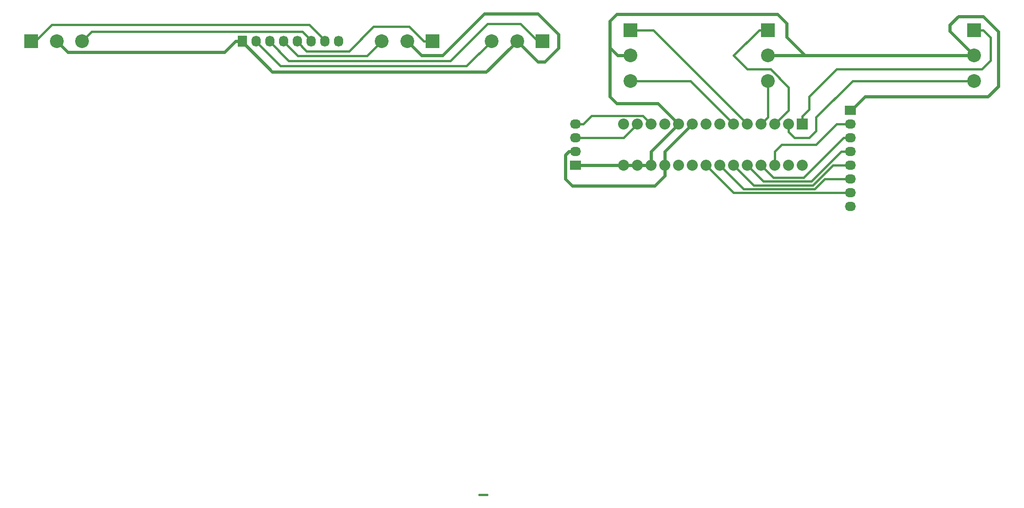
<source format=gbr>
G04 #@! TF.FileFunction,Copper,L2,Bot,Signal*
%FSLAX46Y46*%
G04 Gerber Fmt 4.6, Leading zero omitted, Abs format (unit mm)*
G04 Created by KiCad (PCBNEW 4.0.2-stable) date Wednesday, 10 August 2016 'pmt' 16:25:39*
%MOMM*%
G01*
G04 APERTURE LIST*
%ADD10C,0.100000*%
%ADD11R,2.032000X1.727200*%
%ADD12O,2.032000X1.727200*%
%ADD13R,1.727200X2.032000*%
%ADD14O,1.727200X2.032000*%
%ADD15R,2.540000X2.540000*%
%ADD16C,2.540000*%
%ADD17R,2.032000X2.032000*%
%ADD18C,2.032000*%
%ADD19C,0.400000*%
%ADD20C,0.600000*%
G04 APERTURE END LIST*
D10*
D11*
X142240000Y-58420000D03*
D12*
X142240000Y-55880000D03*
X142240000Y-53340000D03*
X142240000Y-50800000D03*
D11*
X193040000Y-48260000D03*
D12*
X193040000Y-50800000D03*
X193040000Y-53340000D03*
X193040000Y-55880000D03*
X193040000Y-58420000D03*
X193040000Y-60960000D03*
X193040000Y-63500000D03*
X193040000Y-66040000D03*
D13*
X80645000Y-35433000D03*
D14*
X83185000Y-35433000D03*
X85725000Y-35433000D03*
X88265000Y-35433000D03*
X90805000Y-35433000D03*
X93345000Y-35433000D03*
X95885000Y-35433000D03*
X98425000Y-35433000D03*
D15*
X152400000Y-33401000D03*
D16*
X152400000Y-38100000D03*
X152400000Y-42799000D03*
D15*
X177800000Y-33401000D03*
D16*
X177800000Y-38100000D03*
X177800000Y-42799000D03*
D15*
X215900000Y-33401000D03*
D16*
X215900000Y-38100000D03*
X215900000Y-42799000D03*
D15*
X136144000Y-35433000D03*
D16*
X131445000Y-35433000D03*
X126746000Y-35433000D03*
D15*
X115824000Y-35433000D03*
D16*
X111125000Y-35433000D03*
X106426000Y-35433000D03*
D15*
X41656000Y-35433000D03*
D16*
X46355000Y-35433000D03*
X51054000Y-35433000D03*
D17*
X184150000Y-50800000D03*
D18*
X181610000Y-50800000D03*
X179070000Y-50800000D03*
X176530000Y-50800000D03*
X173990000Y-50800000D03*
X171450000Y-50800000D03*
X168910000Y-50800000D03*
X166370000Y-50800000D03*
X163830000Y-50800000D03*
X161290000Y-50800000D03*
X158750000Y-50800000D03*
X156210000Y-50800000D03*
X153670000Y-50800000D03*
X151130000Y-50800000D03*
X151130000Y-58420000D03*
X153670000Y-58420000D03*
X156210000Y-58420000D03*
X158750000Y-58420000D03*
X161290000Y-58420000D03*
X163830000Y-58420000D03*
X166370000Y-58420000D03*
X168910000Y-58420000D03*
X171450000Y-58420000D03*
X173990000Y-58420000D03*
X176530000Y-58420000D03*
X179070000Y-58420000D03*
X181610000Y-58420000D03*
X184150000Y-58420000D03*
D19*
X125896840Y-119380000D02*
X124460000Y-119380000D01*
D20*
X161290000Y-50800000D02*
X157480000Y-46990000D01*
X157480000Y-46990000D02*
X149860000Y-46990000D01*
X149860000Y-46990000D02*
X148590000Y-45720000D01*
X148590000Y-45720000D02*
X148590000Y-36830000D01*
X148590000Y-36830000D02*
X148717000Y-36830000D01*
X148717000Y-36830000D02*
X149987000Y-38100000D01*
X149987000Y-38100000D02*
X152400000Y-38100000D01*
X148590000Y-36957000D02*
X148590000Y-31750000D01*
X148590000Y-31750000D02*
X149860000Y-30480000D01*
X149860000Y-30480000D02*
X179578000Y-30480000D01*
X179578000Y-30480000D02*
X181229000Y-32131000D01*
X181229000Y-32131000D02*
X181229000Y-34671000D01*
X181229000Y-34671000D02*
X184658000Y-38100000D01*
X184658000Y-38100000D02*
X185420000Y-38100000D01*
X193040000Y-48260000D02*
X193192400Y-48260000D01*
X193192400Y-48260000D02*
X195732400Y-45720000D01*
X195732400Y-45720000D02*
X218440000Y-45720000D01*
X218440000Y-45720000D02*
X220357700Y-43802300D01*
X220357700Y-43802300D02*
X220357700Y-33667700D01*
X220357700Y-33667700D02*
X217538300Y-30848300D01*
X217538300Y-30848300D02*
X212991700Y-30848300D01*
X212991700Y-30848300D02*
X211391500Y-32448500D01*
X211391500Y-32448500D02*
X211391500Y-33591500D01*
X211391500Y-33591500D02*
X215900000Y-38100000D01*
X215900000Y-38100000D02*
X185420000Y-38100000D01*
X185420000Y-38100000D02*
X177800000Y-38100000D01*
X156210000Y-55880000D02*
X156210000Y-56983160D01*
X161290000Y-50800000D02*
X156210000Y-55880000D01*
X156210000Y-56983160D02*
X156210000Y-58420000D01*
X151130000Y-58420000D02*
X142240000Y-58420000D01*
X151130000Y-58420000D02*
X153670000Y-58420000D01*
X153670000Y-58420000D02*
X156210000Y-58420000D01*
X142240000Y-55880000D02*
X140970000Y-55880000D01*
X140970000Y-55880000D02*
X140335000Y-56515000D01*
X140335000Y-56515000D02*
X140335000Y-60960000D01*
X140335000Y-60960000D02*
X141605000Y-62230000D01*
X141605000Y-62230000D02*
X156845000Y-62230000D01*
X156845000Y-62230000D02*
X158750000Y-60325000D01*
X158750000Y-60325000D02*
X158750000Y-58420000D01*
X158750000Y-58420000D02*
X158750000Y-55880000D01*
X158750000Y-55880000D02*
X163830000Y-50800000D01*
D19*
X153670000Y-50800000D02*
X151130000Y-53340000D01*
X151130000Y-53340000D02*
X142240000Y-53340000D01*
X142240000Y-50800000D02*
X143656000Y-50800000D01*
X143656000Y-50800000D02*
X145172001Y-49283999D01*
X145172001Y-49283999D02*
X154693999Y-49283999D01*
X154693999Y-49283999D02*
X155194001Y-49784001D01*
X155194001Y-49784001D02*
X156210000Y-50800000D01*
X179070000Y-58420000D02*
X179070000Y-55880000D01*
X190500000Y-50800000D02*
X193040000Y-50800000D01*
X179070000Y-55880000D02*
X180340000Y-54610000D01*
X180340000Y-54610000D02*
X186690000Y-54610000D01*
X186690000Y-54610000D02*
X190500000Y-50800000D01*
X193040000Y-53340000D02*
X191770000Y-53340000D01*
X191770000Y-53340000D02*
X184410044Y-60699956D01*
X184410044Y-60699956D02*
X178809956Y-60699956D01*
X178809956Y-60699956D02*
X177545999Y-59435999D01*
X177545999Y-59435999D02*
X176530000Y-58420000D01*
X175005999Y-59435999D02*
X173990000Y-58420000D01*
X176969967Y-61399967D02*
X175005999Y-59435999D01*
X185817597Y-61399967D02*
X176969967Y-61399967D01*
X191337564Y-55880000D02*
X185817597Y-61399967D01*
X193040000Y-55880000D02*
X191337564Y-55880000D01*
X175129978Y-62099978D02*
X172465999Y-59435999D01*
X189787529Y-58420000D02*
X186107551Y-62099978D01*
X172465999Y-59435999D02*
X171450000Y-58420000D01*
X186107551Y-62099978D02*
X175129978Y-62099978D01*
X193040000Y-58420000D02*
X189787529Y-58420000D01*
X173289989Y-62799989D02*
X169925999Y-59435999D01*
X188237494Y-60960000D02*
X186397505Y-62799989D01*
X193040000Y-60960000D02*
X188237494Y-60960000D01*
X186397505Y-62799989D02*
X173289989Y-62799989D01*
X169925999Y-59435999D02*
X168910000Y-58420000D01*
X171450000Y-63500000D02*
X167385999Y-59435999D01*
X193040000Y-63500000D02*
X171450000Y-63500000D01*
X167385999Y-59435999D02*
X166370000Y-58420000D01*
X51054000Y-35433000D02*
X52832000Y-33655000D01*
X52832000Y-33655000D02*
X91719400Y-33655000D01*
X91719400Y-33655000D02*
X93345000Y-35280600D01*
X93345000Y-35280600D02*
X93345000Y-35433000D01*
X41656000Y-35433000D02*
X42418000Y-35433000D01*
X92989400Y-32385000D02*
X95885000Y-35280600D01*
X42418000Y-35433000D02*
X45466000Y-32385000D01*
X45466000Y-32385000D02*
X92989400Y-32385000D01*
X95885000Y-35280600D02*
X95885000Y-35433000D01*
X115824000Y-35433000D02*
X114154000Y-35433000D01*
X114154000Y-35433000D02*
X111487000Y-32766000D01*
X111487000Y-32766000D02*
X104902000Y-32766000D01*
X92506800Y-37287200D02*
X90805000Y-35585400D01*
X104902000Y-32766000D02*
X100380800Y-37287200D01*
X100380800Y-37287200D02*
X92506800Y-37287200D01*
X90805000Y-35585400D02*
X90805000Y-35433000D01*
D20*
X111125000Y-35433000D02*
X113753900Y-38061900D01*
X113753900Y-38061900D02*
X117640100Y-38061900D01*
X117640100Y-38061900D02*
X125349000Y-30353000D01*
X125349000Y-30353000D02*
X135255000Y-30353000D01*
X135255000Y-30353000D02*
X139065000Y-34163000D01*
X139065000Y-36703000D02*
X136525000Y-39243000D01*
X139065000Y-34163000D02*
X139065000Y-36703000D01*
X136525000Y-39243000D02*
X135255000Y-39243000D01*
X135255000Y-39243000D02*
X132714999Y-36702999D01*
X132714999Y-36702999D02*
X131445000Y-35433000D01*
X80645000Y-35433000D02*
X80645000Y-35585400D01*
X80645000Y-35585400D02*
X86207600Y-41148000D01*
X86207600Y-41148000D02*
X125730000Y-41148000D01*
X125730000Y-41148000D02*
X130175001Y-36702999D01*
X130175001Y-36702999D02*
X131445000Y-35433000D01*
X46355000Y-35433000D02*
X48387000Y-37465000D01*
X48387000Y-37465000D02*
X77349400Y-37465000D01*
X77349400Y-37465000D02*
X79381400Y-35433000D01*
X79381400Y-35433000D02*
X80645000Y-35433000D01*
D19*
X106426000Y-35433000D02*
X103657400Y-38201600D01*
X103657400Y-38201600D02*
X90881200Y-38201600D01*
X90881200Y-38201600D02*
X88265000Y-35585400D01*
X88265000Y-35585400D02*
X88265000Y-35433000D01*
X136144000Y-35433000D02*
X135255000Y-35433000D01*
X135255000Y-35433000D02*
X132080000Y-32258000D01*
X85725000Y-35585400D02*
X85725000Y-35433000D01*
X132080000Y-32258000D02*
X125957965Y-32258000D01*
X125957965Y-32258000D02*
X119112665Y-39103300D01*
X119112665Y-39103300D02*
X89242900Y-39103300D01*
X89242900Y-39103300D02*
X85725000Y-35585400D01*
X126746000Y-35433000D02*
X122105967Y-40073033D01*
X122105967Y-40073033D02*
X87672633Y-40073033D01*
X87672633Y-40073033D02*
X83185000Y-35585400D01*
X83185000Y-35585400D02*
X83185000Y-35433000D01*
X184150000Y-50800000D02*
X184150000Y-49384000D01*
X184150000Y-49384000D02*
X185420000Y-48114000D01*
X218948000Y-34798000D02*
X217551000Y-33401000D01*
X185420000Y-48114000D02*
X185420000Y-45720000D01*
X185420000Y-45720000D02*
X190500000Y-40640000D01*
X190500000Y-40640000D02*
X217284300Y-40640000D01*
X217284300Y-40640000D02*
X218948000Y-38976300D01*
X218948000Y-38976300D02*
X218948000Y-34798000D01*
X217551000Y-33401000D02*
X215900000Y-33401000D01*
X215900000Y-42799000D02*
X193421000Y-42799000D01*
X186690000Y-52070000D02*
X185420000Y-53340000D01*
X193421000Y-42799000D02*
X186690000Y-49530000D01*
X182713160Y-53340000D02*
X181610000Y-52236840D01*
X186690000Y-49530000D02*
X186690000Y-52070000D01*
X185420000Y-53340000D02*
X182713160Y-53340000D01*
X181610000Y-52236840D02*
X181610000Y-50800000D01*
X152400000Y-33401000D02*
X156591000Y-33401000D01*
X156591000Y-33401000D02*
X173990000Y-50800000D01*
X171450000Y-50800000D02*
X163449000Y-42799000D01*
X163449000Y-42799000D02*
X152400000Y-42799000D01*
X181610000Y-43989398D02*
X181610000Y-48260000D01*
X181610000Y-48260000D02*
X179070000Y-50800000D01*
X174009000Y-40640000D02*
X178260602Y-40640000D01*
X178260602Y-40640000D02*
X181610000Y-43989398D01*
X171450000Y-38081000D02*
X174009000Y-40640000D01*
X177800000Y-33401000D02*
X176130000Y-33401000D01*
X176130000Y-33401000D02*
X171450000Y-38081000D01*
X177800000Y-42799000D02*
X177800000Y-49530000D01*
X177800000Y-49530000D02*
X176530000Y-50800000D01*
M02*

</source>
